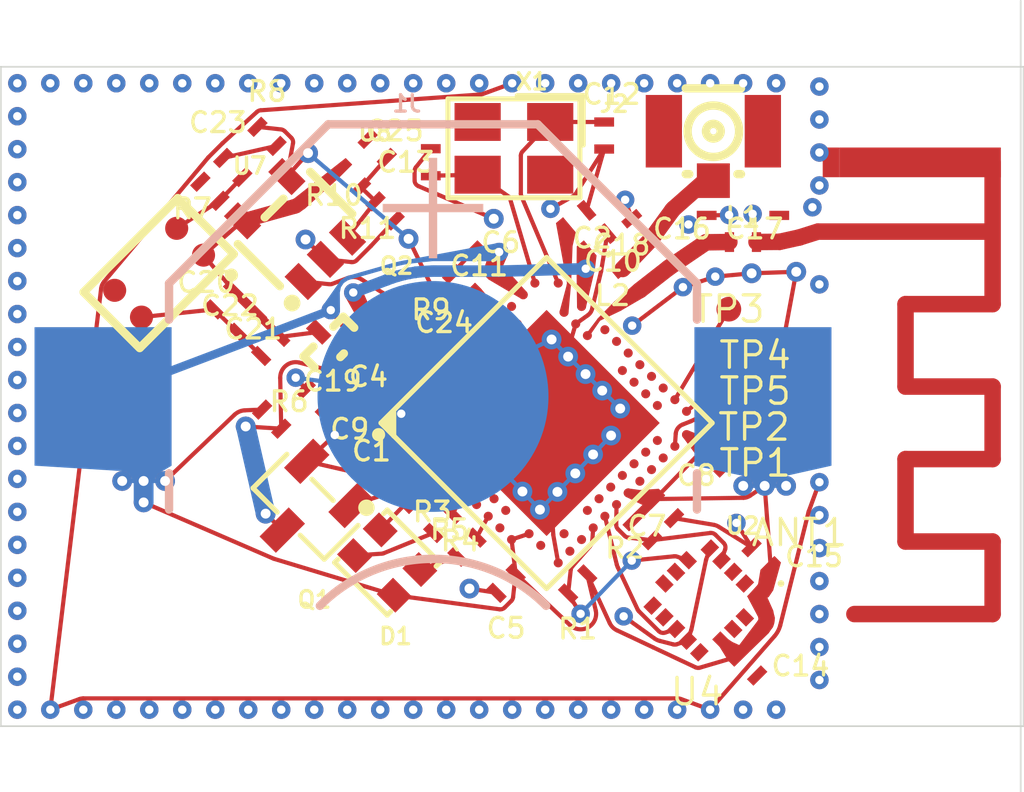
<source format=kicad_pcb>
(kicad_pcb (version 20221018) (generator jitx)
  (layers (0 F.Cu signal) (31 B.Cu signal) (34 "B.Paste" user) (35 "F.Paste" user) (36 "B.SilkS" user "B.Silkscreen") (37 "F.SilkS" user "F.Silkscreen") (38 "B.Mask" user) (39 "F.Mask" user) (44 "Edge.Cuts" user))
  (net 1 "I2C_scl")
  (net 2 "vref")
  (net 3 "signal")
  (net 4 "mcu_debug_swdclk")
  (net 5 "VDD")
  (net 6 "XC1")
  (net 7 "WAKE")
  (net 8 "mcu_control-pins2_timer")
  (net 9 "launch")
  (net 10 "r")
  (net 11 "vout")
  (net 12 "mcu_control-pins0_timer")
  (net 13 "gnd")
  (net 14 "acc_ADC1")
  (net 15 "DEC6")
  (net 16 "DEC2")
  (net 17 "mcu_control-pins1_timer")
  (net 18 "mcu_debug_swdio")
  (net 19 "ANT")
  (net 20 "acc_ADC3")
  (net 21 "CS")
  (net 22 "b")
  (net 23 "DEC3")
  (net 24 "acc_ADC2")
  (net 25 "SA0")
  (net 26 "mcu_debug_swo")
  (net 27 "VDDA")
  (net 28 "Cin_p2")
  (net 29 "L_p2")
  (net 30 "g")
  (net 31 "op-")
  (net 32 "DEC1")
  (net 33 "mcu_vdda-sw_gpio")
  (net 34 "XC2")
  (net 35 "D")
  (net 36 "I2C_sda")
  (net 37 "acc_INT2")
  (footprint "nrf-design:dummy0" (layer F.Cu) (at 152.237648077159 103.0 0.0))
  (footprint "nrf-design:dummy1" (layer F.Cu) (at 151.862648077159 100.9 0.0))
  (footprint "nrf-design:dummy2" (layer F.Cu) (at 147.1 108.455357142857 0.0))
  (footprint "nrf-design:dummy3" (layer F.Cu) (at 127.1 108.381696428571 0.0))
  (footprint "nrf-design:dummy4" (layer F.Cu) (at 136.552659795095 104.499878450285 0.0))
  (footprint "nrf-design:dummy5" (layer F.Cu) (at 128.328571428571 110.888392857143 0.0))
  (footprint "nrf-design:dummy6" (layer F.Cu) (at 146.175631644703 115.725514099305 0.0))
  (footprint "nrf-design:dummy7" (layer F.Cu) (at 143.508596844943 111.105216729263 0.0))
  (footprint "nrf-design:dummy8" (layer F.Cu) (at 145.139787889588 109.454170038962 0.0))
  (footprint "nrf-design:dummy9" (layer F.Cu) (at 146.724017507641 115.488938776196 0.0))
  (footprint "nrf-design:dummy10" (layer F.Cu) (at 147.041991938847 114.238892441496 0.0))
  (footprint "nrf-design:dummy11" (layer F.Cu) (at 139.286909161259 104.446427097603 0.0))
  (footprint "nrf-design:dummy12" (layer F.Cu) (at 143.490541897365 111.44542321171 0.0))
  (footprint "nrf-design:dummy13" (layer F.Cu) (at 138.992411485461 103.900707452669 0.0))
  (footprint "nrf-design:dummy14" (layer F.Cu) (at 147.134380829908 113.574470108167 0.0))
  (footprint "nrf-design:dummy15" (layer F.Cu) (at 136.486444891803 107.87041015418 0.0))
  (footprint "nrf-design:dummy16" (layer F.Cu) (at 141.754297564105 103.836107689318 0.0))
  (footprint "nrf-design:dummy17" (layer F.Cu) (at 141.729961173145 104.626254096066 0.0))
  (footprint "nrf-design:dummy18" (layer F.Cu) (at 135.339017931097 106.259368555339 0.0))
  (footprint "nrf-design:dummy19" (layer F.Cu) (at 138.607060485279 105.154435762327 0.0))
  (footprint "nrf-design:dummy20" (layer F.Cu) (at 143.0835964129 104.971716900173 0.0))
  (footprint "nrf-design:dummy21" (layer F.Cu) (at 141.946037287063 105.919029294639 0.0))
  (footprint "nrf-design:dummy22" (layer F.Cu) (at 142.489282822778 105.389623044639 0.0))
  (footprint "nrf-design:dummy23" (layer F.Cu) (at 141.127126820594 104.073591060898 0.0))
  (footprint "nrf-design:dummy24" (layer F.Cu) (at 133.754873232257 101.598705775499 0.0))
  (footprint "nrf-design:dummy25" (layer F.Cu) (at 131.403676760238 105.133884870345 0.0))
  (footprint "nrf-design:dummy26" (layer F.Cu) (at 136.267358943374 109.78959976275 0.0))
  (footprint "nrf-design:dummy27" (layer F.Cu) (at 131.724421642667 110.232337544252 0.0))
  (footprint "nrf-design:Pkg0402_29" (layer F.Cu) (at 138.130267927308 112.570101709423 135.0)
    (fp_text reference "R5")
    (fp_text value "510R")
  )
  (footprint "nrf-design:LP_2" (layer F.Cu) (at 133.237638404809 111.345015394261 45.0)
    (fp_text reference "Q1")
    (fp_text value "~")
  )
  (footprint "nrf-design:Pkg0402_23" (layer F.Cu) (at 137.396035641934 111.8520048511 315.0)
    (fp_text reference "R4")
    (fp_text value "1K8")
  )
  (footprint "nrf-design:Pkg0402_7" (layer F.Cu) (at 143.444279598979 112.069560217569 225.0)
    (fp_text reference "R2")
    (fp_text value "8K2")
  )
  (footprint "nrf-design:LP_3" (layer F.Cu) (at 134.06128109007 106.467122888249 315.0)
    (fp_text reference "Q2")
    (fp_text value "~")
  )
  (footprint "nrf-design:Pkg0402_25" (layer F.Cu) (at 135.648033833905 102.37259829182 225.0)
    (fp_text reference "R11")
    (fp_text value "51K")
  )
  (footprint "nrf-design:Pkg0402_2" (layer F.Cu) (at 135.765739657962 110.183897128546 135.0)
    (fp_text reference "C1")
    (fp_text value "100n")
  )
  (footprint "nrf-design:Pkg0402_21" (layer F.Cu) (at 134.62769273924 101.369370201554 225.0)
    (fp_text reference "R10")
    (fp_text value "51K")
  )
  (footprint "nrf-design:Pkg0402_8" (layer F.Cu) (at 141.44109872918 102.620592280201 310.0)
    (fp_text reference "C2")
    (fp_text value "100p")
  )
  (footprint "nrf-design:SMD_TESTPT" (layer F.Cu) (at 146.863396107233 107.839582940375 0.0)
    (fp_text value "~" hide)
    (fp_text reference "TP5")
  )
  (footprint "nrf-design:LP_5" (layer F.Cu) (at 135.7112121956 113.037513818054 315.0)
    (fp_text reference "D1")
    (fp_text value "~")
  )
  (footprint "nrf-design:Pkg0402_14" (layer F.Cu) (at 137.568792113152 105.899324792502 135.0)
    (fp_text reference "R9")
    (fp_text value "51K")
  )
  (footprint "nrf-design:Pkg0402_16" (layer F.Cu) (at 136.549627096371 110.969829290557 315.0)
    (fp_text reference "R3")
    (fp_text value "1K8")
  )
  (footprint "nrf-design:LP_6" (layer F.Cu) (at 145.608075704458 100.267015751086 180.0)
    (fp_text reference "J2")
    (fp_text value "~")
  )
  (footprint "nrf-design:Pkg0402_13" (layer F.Cu) (at 143.386709455441 102.922813212554 220.0)
    (fp_text reference "C18")
    (fp_text value "500f")
  )
  (footprint "nrf-design:Pkg0402_10" (layer F.Cu) (at 136.902828558216 105.227819434514 315.0)
    (fp_text reference "C24")
    (fp_text value "150p")
  )
  (footprint "nrf-design:SMD_TESTPT" (layer F.Cu) (at 146.831407943322 108.92925833448 0.0)
    (fp_text value "~" hide)
    (fp_text reference "TP2")
  )
  (footprint "nrf-design:Pkg0402_5" (layer F.Cu) (at 132.067812317335 100.111003326519 225.0)
    (fp_text reference "R8")
    (fp_text value "1K5")
  )
  (footprint "nrf-design:Pkg0402_20" (layer F.Cu) (at 139.315703261001 113.665323286181 135.0)
    (fp_text reference "C5")
    (fp_text value "4.7u")
  )
  (footprint "nrf-design:SMD_TESTPT" (layer F.Cu) (at 146.067140515939 105.352905432719 0.0)
    (fp_text value "~" hide)
    (fp_text reference "TP3")
  )
  (footprint "nrf-design:SMD_TESTPT" (layer F.Cu) (at 146.863396107233 110.018933728585 0.0)
    (fp_text value "~" hide)
    (fp_text reference "TP1")
  )
  (footprint "nrf-design:Pkg0402_12" (layer F.Cu) (at 135.67358146893 107.930405013151 135.0)
    (fp_text reference "C4")
    (fp_text value "1u")
  )
  (footprint "nrf-design:SMD_TESTPT" (layer F.Cu) (at 146.863396107233 106.74990754627 90.0)
    (fp_text value "~" hide)
    (fp_text reference "TP4")
  )
  (footprint "nrf-design:Pkg0402_18" (layer F.Cu) (at 143.116021358553 104.455641953927 220.0)
    (fp_text reference "L2")
    (fp_text value "4.7n")
  )
  (footprint "nrf-design:Pkg0402" (layer F.Cu) (at 145.611050625422 109.866591071563 225.0)
    (fp_text reference "C8")
    (fp_text value "100n")
  )
  (footprint "nrf-design:Pkg0402_26" (layer F.Cu) (at 131.474248703311 105.777906352709 135.0)
    (fp_text reference "C22")
    (fp_text value "10n")
  )
  (footprint "nrf-design:Pkg0402_6" (layer F.Cu) (at 135.106036711604 109.520608135934 135.0)
    (fp_text reference "C9")
    (fp_text value "1u")
  )
  (footprint "nrf-design:XDCR_LIS3DHTR" (layer F.Cu) (at 145.331956046004 114.185859432907 225.0)
    (fp_text value "~" hide)
    (fp_text reference "U4")
  )
  (footprint "nrf-design:ANTENNA_2GHZ4_INVERTED_F_GEOMETRY" (layer F.Cu) (at 148.912648077159 103.0 270.0)
    (fp_text value "~" hide)
    (fp_line (start 17.0 -6.0) (end -7.0 -6.0) (layer Edge.Cuts) (stroke (width 0.05)))
    (fp_text reference "ANT1")
  )
  (footprint "nrf-design:Pkg0402_11" (layer F.Cu) (at 142.071817045614 103.323598518553 310.0)
    (fp_text reference "C10")
    (fp_text value "100n")
  )
  (footprint "nrf-design:Pkg0402_1" (layer F.Cu) (at 131.031001767793 101.054896380775 225.0)
    (fp_text reference "C23")
    (fp_text value "1u")
  )
  (footprint "nrf-design:Pkg0402_15" (layer F.Cu) (at 147.045294974137 112.86074656738 45.0)
    (fp_text reference "C15")
    (fp_text value "100n")
  )
  (footprint "nrf-design:Pkg0402_19" (layer F.Cu) (at 132.180602089354 106.481426938844 135.0)
    (fp_text reference "C21")
    (fp_text value "10u")
  )
  (footprint "nrf-design:Pkg0402_9" (layer F.Cu) (at 146.63524535638 116.174000097493 225.0)
    (fp_text reference "C14")
    (fp_text value "10u")
  )
  (footprint "nrf-design:Pkg0402_32" (layer F.Cu) (at 144.116435489098 111.400917499198 225.0)
    (fp_text reference "C7")
    (fp_text value "100n")
  )
  (footprint "nrf-design:LP_1" (layer F.Cu) (at 140.541974995973 108.804286145106 315.0)
    (fp_text reference "U2")
    (fp_text value "~")
  )
  (footprint "nrf-design:Pkg0402_28" (layer F.Cu) (at 138.622859578393 103.861564817288 45.0)
    (fp_text reference "C6")
    (fp_text value "100n")
  )
  (footprint "nrf-design:Pkg0402_31" (layer F.Cu) (at 130.338115714465 101.775516336648 225.0)
    (fp_text reference "R7")
    (fp_text value "0R")
  )
  (footprint "nrf-design:Pkg0402_30" (layer F.Cu) (at 130.753473523818 105.069494681327 135.0)
    (fp_text reference "C20")
    (fp_text value "100n")
  )
  (footprint "nrf-design:Pkg0402_3" (layer F.Cu) (at 137.032380821034 100.895299528811 180.0)
    (fp_text reference "C13")
    (fp_text value "15p")
  )
  (footprint "nrf-design:LP" (layer F.Cu) (at 139.553045898767 100.47364569325 180.0)
    (fp_text reference "X1")
    (fp_text value "~")
  )
  (footprint "nrf-design:Pkg0402_34" (layer F.Cu) (at 142.288266840845 100.085317735611 0.0)
    (fp_text reference "C12")
    (fp_text value "15p")
  )
  (footprint "nrf-design:LP_7" (layer F.Cu) (at 132.91810947588 102.921308455914 315.0)
    (fp_text reference "U8")
    (fp_text value "~")
  )
  (footprint "nrf-design:Pkg0402_24" (layer F.Cu) (at 137.970269007619 104.57047536555 45.0)
    (fp_text reference "C11")
    (fp_text value "100n")
  )
  (footprint "nrf-design:LP_4" (layer B.Cu) (at 137.1 105.587 0.0)
    (fp_text reference "J1")
    (fp_text value "~")
  )
  (footprint "nrf-design:Pkg0402_35" (layer F.Cu) (at 132.20961809271 108.687224240053 45.0)
    (fp_text reference "R6")
    (fp_text value "1M")
  )
  (footprint "nrf-design:Pkg0402_33" (layer F.Cu) (at 135.40985172825 100.475298490942 45.0)
    (fp_text reference "C25")
    (fp_text value "10n")
  )
  (footprint "nrf-design:LP_8" (layer F.Cu) (at 128.785606020354 104.258529575258 315.0)
    (fp_text reference "U7")
    (fp_text value "~")
  )
  (footprint "nrf-design:Pkg0402_17" (layer F.Cu) (at 145.395329432493 102.917434257412 180.0)
    (fp_text reference "C16")
    (fp_text value "800f")
  )
  (footprint "nrf-design:Pkg0402_22" (layer F.Cu) (at 147.595329432493 102.917434257412 180.0)
    (fp_text reference "C17")
    (fp_text value "500f")
  )
  (footprint "nrf-design:Pkg0402_4" (layer F.Cu) (at 133.531546344337 108.064349649432 45.0)
    (fp_text reference "C19")
    (fp_text value "100n")
  )
  (footprint "nrf-design:Pkg0402_27" (layer F.Cu) (at 146.495329432493 103.317434257412 90.0)
    (fp_text reference "L1")
    (fp_text value "4.7n")
  )
  (footprint "nrf-design:Pkg0402_7" (layer F.Cu) (at 141.485043042201 113.687350119368 135.0)
    (fp_text reference "R1")
    (fp_text value "8K2")
  )
  (segment (start 154.062648077159 100.9) (end 154.062648077159 105.2) (layer F.Cu) (width 0.5) (net 0))
  (segment (start 154.062648077159 105.2) (end 151.422648077159 105.2) (layer F.Cu) (width 0.5) (net 0))
  (segment (start 151.422648077159 105.2) (end 151.422648077159 107.7) (layer F.Cu) (width 0.5) (net 0))
  (segment (start 151.422648077159 107.7) (end 154.062648077159 107.7) (layer F.Cu) (width 0.5) (net 0))
  (segment (start 154.062648077159 107.7) (end 154.062648077159 109.9) (layer F.Cu) (width 0.5) (net 0))
  (segment (start 154.062648077159 109.9) (end 151.422648077159 109.9) (layer F.Cu) (width 0.5) (net 0))
  (segment (start 151.422648077159 109.9) (end 151.422648077159 112.4) (layer F.Cu) (width 0.5) (net 0))
  (segment (start 151.422648077159 112.4) (end 154.062648077159 112.4) (layer F.Cu) (width 0.5) (net 0))
  (segment (start 154.062648077159 112.4) (end 154.062648077159 114.6) (layer F.Cu) (width 0.5) (net 0))
  (segment (start 154.062648077159 114.6) (end 149.872648077159 114.6) (layer F.Cu) (width 0.5) (net 0))
  (segment (start 145.844608462364 112.966100235361) (end 145.954546311927 112.637659343824) (layer F.Cu) (width 0.127) (net 1))
  (arc (start 145.954546311927 112.637659343824) (mid 145.959329106839 112.533539763461) (end 145.908601626062 112.442487663892) (layer F.Cu) (width 0.127) (net 1))
  (segment (start 145.908601626062 112.442487663892) (end 145.661114252646 112.195000290477) (layer F.Cu) (width 0.127) (net 1))
  (arc (start 145.661114252646 112.195000290477) (mid 145.588354224591 112.149556376445) (end 145.503032830379 112.140643986487) (layer F.Cu) (width 0.127) (net 1))
  (segment (start 145.503032830378 112.140643986487) (end 143.734095245652 112.359375864242) (layer F.Cu) (width 0.127) (net 1))
  (segment (start 142.663295339533 111.279159879259) (end 142.6527671706 111.889497936793) (layer F.Cu) (width 0.127) (net 1))
  (arc (start 142.6527671706 111.889497936793) (mid 142.666617635882 111.964164206163) (end 142.708534993154 112.027487364088) (layer F.Cu) (width 0.127) (net 1))
  (segment (start 142.708534993154 112.027487364088) (end 142.906721159113 112.225673530047) (layer F.Cu) (width 0.127) (net 1))
  (arc (start 142.906721159113 112.225673530047) (mid 142.958929820331 112.262681059951) (end 143.02044794189 112.280311212979) (layer F.Cu) (width 0.127) (net 1))
  (segment (start 143.02044794189 112.280311212979) (end 143.734095245652 112.359375864242) (layer F.Cu) (width 0.127) (net 1))
  (segment (start 135.358218187232 102.082782645147) (end 134.917508385913 101.659185848227) (layer F.Cu) (width 0.127) (net 2))
  (segment (start 135.699667374923 100.765114137616) (end 134.917508385913 101.659185848227) (layer F.Cu) (width 0.127) (net 2))
  (segment (start 135.358218187232 102.082782645147) (end 134.50909973355 103.168795829329) (layer F.Cu) (width 0.127) (net 2))
  (segment (start 129.330785348649 102.900177448599) (end 130.627931361138 102.065331983322) (layer F.Cu) (width 0.127) (net 3))
  (segment (start 131.320817414467 101.344712027448) (end 130.627931361138 102.065331983322) (layer F.Cu) (width 0.127) (net 3))
  (segment (start 144.431062292499 108.09717936392) (end 146.067140515939 105.352905432719) (layer F.Cu) (width 0.127) (net 4))
  (segment (start 127.1 108.0) (end 134.001346726999 105.38154757653) (layer B.Cu) (width 0.254) (net 5))
  (segment (start 147.153125 110.710714285714) (end 146.503125 110.710714285714) (layer B.Cu) (width 0.127) (net 5))
  (segment (start 127.678571428571 110.563392857143) (end 128.328571428571 110.563392857143) (layer B.Cu) (width 0.127) (net 5))
  (segment (start 128.978571428571 110.563392857143) (end 128.328571428571 110.563392857143) (layer B.Cu) (width 0.127) (net 5))
  (segment (start 147.153125 110.710714285714) (end 147.803125 110.710714285714) (layer B.Cu) (width 0.127) (net 5))
  (segment (start 141.774858688874 113.397534472694) (end 142.031428613534 114.484744379867) (layer F.Cu) (width 0.127) (net 5))
  (arc (start 142.031428613534 114.484744379867) (mid 141.808457551108 114.999952761934) (end 141.2509756118 114.933849365838) (layer F.Cu) (width 0.127) (net 5))
  (segment (start 141.2509756118 114.933849365838) (end 139.605518907674 113.375507639508) (layer F.Cu) (width 0.127) (net 5))
  (segment (start 135.923344229956 114.027463311715) (end 132.281204552732 112.924224094187) (layer F.Cu) (width 0.127) (net 5))
  (arc (start 132.281204552732 112.924224094187) (mid 132.270849262291 112.920760397616) (end 132.260709435726 112.916709082855) (layer F.Cu) (width 0.127) (net 5))
  (segment (start 132.260709435726 112.916709082855) (end 128.328571428571 111.213392857143) (layer F.Cu) (width 0.127) (net 5))
  (arc (start 147.182860539782 114.878138842329) (mid 147.204314006737 114.807416239727) (end 147.211557956025 114.733867188327) (layer F.Cu) (width 0.5) (net 5))
  (segment (start 133.821361991011 108.354165296106) (end 134.651934954311 107.489324578701) (layer F.Cu) (width 0.127) (net 5))
  (arc (start 134.651934954311 107.489324578701) (mid 134.684845163118 107.442723836561) (end 134.702481149194 107.388468117906) (layer F.Cu) (width 0.127) (net 5))
  (segment (start 134.702481149194 107.388468117906) (end 134.844048296844 106.532883818899) (layer F.Cu) (width 0.127) (net 5))
  (segment (start 134.844048296844 106.532883818899) (end 134.001346726999 105.38154757653) (layer F.Cu) (width 0.127) (net 5))
  (segment (start 128.978571428571 110.563392857143) (end 131.083227609184 108.555234675573) (layer F.Cu) (width 0.127) (net 5))
  (arc (start 131.083227609184 108.555234675573) (mid 131.229567824331 108.45886287922) (end 131.400443950262 108.420077169375) (layer F.Cu) (width 0.127) (net 5))
  (segment (start 131.400443950262 108.420077169375) (end 131.919802446036 108.39740859338) (layer F.Cu) (width 0.127) (net 5))
  (segment (start 140.011644910083 112.163043355742) (end 139.481314824193 112.339820051039) (layer F.Cu) (width 0.127) (net 5))
  (segment (start 135.923344229956 114.027463311715) (end 139.113613182758 114.45517475604) (layer F.Cu) (width 0.127) (net 5))
  (arc (start 139.113613182758 114.45517475604) (mid 139.199946696045 114.446826771252) (end 139.27363040752 114.401067892006) (layer F.Cu) (width 0.127) (net 5))
  (segment (start 139.27363040752 114.401067892006) (end 139.471816573478 114.202881726047) (layer F.Cu) (width 0.127) (net 5))
  (arc (start 139.471816573478 114.202881726047) (mid 139.508824103383 114.150673064828) (end 139.526454256411 114.08915494327) (layer F.Cu) (width 0.127) (net 5))
  (segment (start 139.526454256411 114.08915494327) (end 139.605518907674 113.375507639508) (layer F.Cu) (width 0.127) (net 5))
  (segment (start 143.826619842425 111.111101852525) (end 146.508129477616 111.074180834663) (layer F.Cu) (width 0.127) (net 5))
  (arc (start 146.508129477616 111.074180834663) (mid 146.611801092121 111.057589600492) (end 146.706406503078 111.012060610575) (layer F.Cu) (width 0.127) (net 5))
  (segment (start 146.706406503078 111.012060610575) (end 147.153125 110.710714285714) (layer F.Cu) (width 0.127) (net 5))
  (segment (start 135.395852358278 109.230792489261) (end 133.821361991011 108.354165296106) (layer F.Cu) (width 0.127) (net 5))
  (segment (start 147.153125 110.710714285714) (end 147.33511062081 113.150562214053) (layer F.Cu) (width 0.127) (net 5))
  (segment (start 136.299334308854 109.157839535699) (end 135.395852358278 109.230792489261) (layer F.Cu) (width 0.127) (net 5))
  (segment (start 141.774858688874 113.397534472694) (end 142.452460105458 114.866034940413) (layer F.Cu) (width 0.127) (net 5))
  (arc (start 142.452460105458 114.866034940413) (mid 142.545461588012 115.000025593345) (end 142.678663390361 115.094153435568) (layer F.Cu) (width 0.127) (net 5))
  (segment (start 142.678663390361 115.094153435568) (end 143.778852395877 115.61310193073) (layer F.Cu) (width 0.127) (net 5))
  (arc (start 143.778852395877 115.61310193073) (mid 143.779119577461 115.613227888639) (end 143.779386812286 115.61335373355) (layer F.Cu) (width 0.127) (net 5))
  (segment (start 143.779386812286 115.61335373355) (end 145.056377672874 116.214378144015) (layer F.Cu) (width 0.127) (net 5))
  (arc (start 145.056377672874 116.214378144015) (mid 145.122947441298 116.231957946356) (end 145.191418425328 116.22472552877) (layer F.Cu) (width 0.127) (net 5))
  (segment (start 145.191418425328 116.22472552877) (end 146.345429709707 115.88418445082) (layer F.Cu) (width 0.127) (net 5))
  (segment (start 139.481314824193 112.339820051039) (end 139.605518907674 113.375507639508) (layer F.Cu) (width 0.127) (net 5))
  (segment (start 145.321234978749 109.57677542489) (end 143.826619842425 111.111101852525) (layer F.Cu) (width 0.127) (net 5))
  (segment (start 140.895528386567 104.561645457987) (end 139.777637979577 101.922957952572) (layer F.Cu) (width 0.127) (net 6))
  (arc (start 139.777637979577 101.922957952572) (mid 139.766357041834 101.886560343415) (end 139.762545898767 101.84864569325) (layer F.Cu) (width 0.127) (net 6))
  (segment (start 139.762545898767 101.84864569325) (end 139.762545898767 100.69864569325) (layer F.Cu) (width 0.127) (net 6))
  (arc (start 139.762545898767 100.69864569325) (mid 139.775898252148 100.628581713221) (end 139.814083550184 100.568339455193) (layer F.Cu) (width 0.127) (net 6))
  (segment (start 139.814083550184 100.568339455193) (end 140.653045898767 99.6736456932498) (layer F.Cu) (width 0.127) (net 6))
  (segment (start 142.288266840845 99.6754565174974) (end 140.653045898767 99.6736456932498) (layer F.Cu) (width 0.127) (net 6))
  (segment (start 142.30974194894 111.632713269852) (end 142.668512713542 113.090010326598) (layer F.Cu) (width 0.127) (net 7))
  (arc (start 142.668512713542 113.090010326598) (mid 142.681872002759 113.134621672508) (end 142.699581393032 113.177691618972) (layer F.Cu) (width 0.127) (net 7))
  (segment (start 142.699581393032 113.177691618972) (end 143.30341933851 114.461399558273) (layer F.Cu) (width 0.127) (net 7))
  (arc (start 143.30341933851 114.461399558273) (mid 143.319935219529 114.489840907841) (end 143.341096903573 114.51501763955) (layer F.Cu) (width 0.127) (net 7))
  (segment (start 143.341096903573 114.51501763955) (end 143.942137667582 115.116058403558) (layer F.Cu) (width 0.127) (net 7))
  (arc (start 143.942137667582 115.116058403558) (mid 144.033189767151 115.166785884336) (end 144.137309347514 115.162003089424) (layer F.Cu) (width 0.127) (net 7))
  (segment (start 144.137309347514 115.162003089424) (end 144.46575023905 115.052065239861) (layer F.Cu) (width 0.127) (net 7))
  (segment (start 138.774208043007 111.632713269852) (end 138.420083573981 112.280286062749) (layer F.Cu) (width 0.127) (net 8))
  (segment (start 148.777103570027 102.99597651874) (end 148.205644915541 103.17704858618) (layer F.Cu) (width 0.5) (net 9))
  (segment (start 147.605732225057 103.309901516444) (end 148.205644915541 103.17704858618) (layer F.Cu) (width 0.5) (net 9))
  (segment (start 147.605732225057 103.309901516444) (end 146.90604375162 103.314794442832) (layer F.Cu) (width 0.5) (net 9))
  (segment (start 135.499080161244 112.047564324393) (end 136.259811449697 111.25964493723) (layer F.Cu) (width 0.127) (net 10))
  (segment (start 137.713547871227 107.03651919214) (end 137.278976466478 106.189140439175) (layer F.Cu) (width 0.127) (net 11))
  (segment (start 136.613012911543 105.517635081187) (end 134.935088188751 104.449884035617) (layer F.Cu) (width 0.127) (net 11))
  (arc (start 134.935088188751 104.449884035617) (mid 134.731062081747 104.378906220615) (end 134.51683928655 104.406710834981) (layer F.Cu) (width 0.127) (net 11))
  (segment (start 134.51683928655 104.406710834981) (end 134.046056543351 104.584453693116) (layer F.Cu) (width 0.127) (net 11))
  (arc (start 134.046056543351 104.584453693116) (mid 134.003111989549 104.595171047175) (end 133.9588533364 104.595688734963) (layer F.Cu) (width 0.127) (net 11))
  (segment (start 133.9588533364 104.595688734963) (end 133.165596849295 104.512298713584) (layer F.Cu) (width 0.127) (net 11))
  (segment (start 136.613012911543 105.517635081187) (end 137.278976466478 106.189140439175) (layer F.Cu) (width 0.127) (net 11))
  (segment (start 137.713547871227 110.572053098073) (end 136.839442743044 110.680013643883) (layer F.Cu) (width 0.127) (net 12))
  (segment (start 137.1 108.0) (end 139.810714285714 110.882589285714) (layer B.Cu) (width 0.127) (net 13))
  (segment (start 140.871428571429 110.89375) (end 140.341071428571 111.433035714286) (layer B.Cu) (width 0.127) (net 13))
  (segment (start 140.694642857143 106.271428571429) (end 137.1 108.0) (layer B.Cu) (width 0.127) (net 13))
  (segment (start 141.724107142857 107.321428571429) (end 141.195535714286 106.791071428571) (layer B.Cu) (width 0.127) (net 13))
  (segment (start 142.774107142857 108.366964285714) (end 142.229017857143 107.822321428571) (layer B.Cu) (width 0.127) (net 13))
  (segment (start 140.694642857143 106.271428571429) (end 141.195535714286 106.791071428571) (layer B.Cu) (width 0.127) (net 13))
  (segment (start 142.229017857143 107.822321428571) (end 141.724107142857 107.321428571429) (layer B.Cu) (width 0.127) (net 13))
  (segment (start 132.938309883932 107.429740530776) (end 137.1 108.0) (layer B.Cu) (width 0.127) (net 13))
  (segment (start 142.497767857143 109.185267857143) (end 141.952678571429 109.759375) (layer B.Cu) (width 0.127) (net 13))
  (segment (start 141.412946428571 110.333928571429) (end 141.952678571429 109.759375) (layer B.Cu) (width 0.127) (net 13))
  (segment (start 139.810714285714 110.882589285714) (end 140.341071428571 111.433035714286) (layer B.Cu) (width 0.127) (net 13))
  (segment (start 140.871428571429 110.89375) (end 141.412946428571 110.333928571429) (layer B.Cu) (width 0.127) (net 13))
  (segment (start 145.655812705227 104.36556785829) (end 146.758193657608 104.263782144004) (layer F.Cu) (width 0.127) (net 13))
  (segment (start 134.122161335862 109.168838623772) (end 134.816221064931 109.810423782608) (layer F.Cu) (width 0.127) (net 13))
  (segment (start 141.755070637766 102.357138567507) (end 142.288266840845 100.495178953724) (layer F.Cu) (width 0.127) (net 13))
  (segment (start 145.655812705227 104.36556785829) (end 144.676051863363 104.684766146933) (layer F.Cu) (width 0.127) (net 13))
  (segment (start 135.937849480579 102.662413938494) (end 135.214241943449 103.439994129326) (layer F.Cu) (width 0.127) (net 13))
  (arc (start 135.214241943449 103.439994129326) (mid 135.211887605225 103.442478930231) (end 135.209489000315 103.444921027383) (layer F.Cu) (width 0.127) (net 13))
  (segment (start 135.209489000315 103.444921027383) (end 134.785224931603 103.869185096094) (layer F.Cu) (width 0.127) (net 13))
  (arc (start 134.785224931603 103.869185096094) (mid 134.714109571879 103.914055069032) (end 134.630604778527 103.923937292836) (layer F.Cu) (width 0.127) (net 13))
  (segment (start 134.630604778527 103.923937292836) (end 133.837348291422 103.840547271456) (layer F.Cu) (width 0.127) (net 13))
  (segment (start 145.395329432493 102.507573039299) (end 146.074740686298 102.496382510742) (layer F.Cu) (width 0.127) (net 13))
  (segment (start 145.491055071771 112.612546844767) (end 145.381117222208 112.940987736304) (layer F.Cu) (width 0.127) (net 13))
  (arc (start 145.381117222208 112.940987736304) (mid 145.377923051168 112.951534515467) (end 145.375344068979 112.962248344391) (layer F.Cu) (width 0.127) (net 13))
  (segment (start 145.375344068979 112.962248344391) (end 144.935014632435 115.055917130831) (layer F.Cu) (width 0.127) (net 13))
  (arc (start 144.935014632435 115.055917130831) (mid 144.932435650246 115.066630959754) (end 144.929241479207 115.077177738917) (layer F.Cu) (width 0.127) (net 13))
  (segment (start 144.929241479207 115.077177738917) (end 144.819303629644 115.405618630454) (layer F.Cu) (width 0.127) (net 13))
  (segment (start 145.900866272096 110.156406718237) (end 146.831407943322 108.92925833448) (layer F.Cu) (width 0.127) (net 13))
  (segment (start 128.263761215839 105.593547178138) (end 130.463657877144 105.359310328001) (layer F.Cu) (width 0.127) (net 13))
  (segment (start 140.659918626559 102.308348596581) (end 141.384001073581 101.904090748514) (layer F.Cu) (width 0.127) (net 13))
  (arc (start 141.384001073581 101.904090748514) (mid 141.39665373557 101.894805562946) (end 141.406642755844 101.882700853101) (layer F.Cu) (width 0.127) (net 13))
  (segment (start 141.406642755844 101.882700853101) (end 142.288266840845 100.495178953724) (layer F.Cu) (width 0.127) (net 13))
  (segment (start 146.755479327464 112.570930920707) (end 146.297688020949 111.835418655792) (layer F.Cu) (width 0.127) (net 13))
  (segment (start 139.5 98.5) (end 138.617581095801 98.8221114429995) (layer F.Cu) (width 0.127) (net 13))
  (arc (start 138.617581095801 98.8221114429995) (mid 138.571779539095 98.835304031542) (end 138.524591103886 98.8420180893033) (layer F.Cu) (width 0.127) (net 13))
  (segment (start 138.524591103886 98.8420180893033) (end 131.877373937499 99.3199530670223) (layer F.Cu) (width 0.127) (net 13))
  (arc (start 131.877373937499 99.3199530670223) (mid 131.815948989944 99.3348847293025) (end 131.76279195413 99.3690944978493) (layer F.Cu) (width 0.127) (net 13))
  (segment (start 131.76279195413 99.3690944978493) (end 130.725981404588 100.312987552105) (layer F.Cu) (width 0.127) (net 13))
  (arc (start 130.725981404588 100.312987552105) (mid 130.722715195953 100.316031807605) (end 130.719521230681 100.31915177495) (layer F.Cu) (width 0.127) (net 13))
  (segment (start 130.719521230681 100.31915177495) (end 130.295257161969 100.743415843662) (layer F.Cu) (width 0.127) (net 13))
  (arc (start 130.295257161969 100.743415843662) (mid 130.289470471064 100.749462543368) (end 130.28395495858 100.755757580381) (layer F.Cu) (width 0.127) (net 13))
  (segment (start 130.28395495858 100.755757580381) (end 127.133666392812 104.514774102505) (layer F.Cu) (width 0.127) (net 13))
  (arc (start 127.133666392812 104.514774102505) (mid 127.071156483722 104.616013543044) (end 127.040062460875 104.730861593956) (layer F.Cu) (width 0.127) (net 13))
  (segment (start 127.040062460875 104.730861593956) (end 125.5 117.5) (layer F.Cu) (width 0.127) (net 13))
  (segment (start 134.122161335862 109.168838623772) (end 133.272993743868 109.966157170947) (layer F.Cu) (width 0.127) (net 13))
  (segment (start 148.812648077159 110.6) (end 148.49053663416 111.482418904199) (layer F.Cu) (width 0.127) (net 13))
  (arc (start 148.49053663416 111.482418904199) (mid 148.48478838561 111.499555396072) (end 148.479951102576 111.516970975534) (layer F.Cu) (width 0.127) (net 13))
  (segment (start 148.479951102576 111.516970975534) (end 147.627730844766 114.931814197817) (layer F.Cu) (width 0.127) (net 13))
  (arc (start 147.627730844766 114.931814197817) (mid 147.559011781873 115.112645361159) (end 147.44972648172 115.272266607898) (layer F.Cu) (width 0.127) (net 13))
  (segment (start 147.44972648172 115.272266607898) (end 145.5 117.5) (layer F.Cu) (width 0.127) (net 13))
  (segment (start 141.425858472456 105.799082325063) (end 140.541974995973 108.804286145106) (layer F.Cu) (width 0.127) (net 13))
  (segment (start 133.272993743868 109.966157170947) (end 135.475924011289 110.47371277522) (layer F.Cu) (width 0.127) (net 13))
  (segment (start 125.5 117.5) (end 126.382418904199 117.177888557) (layer F.Cu) (width 0.127) (net 13))
  (arc (start 126.382418904199 117.177888557) (mid 126.44029757172 117.162336386535) (end 126.5 117.157099) (layer F.Cu) (width 0.127) (net 13))
  (segment (start 126.5 117.157099) (end 144.5 117.157099) (layer F.Cu) (width 0.127) (net 13))
  (arc (start 144.5 117.157099) (mid 144.55970242828 117.162336386535) (end 144.617581095801 117.177888557) (layer F.Cu) (width 0.127) (net 13))
  (segment (start 144.617581095801 117.177888557) (end 145.5 117.5) (layer F.Cu) (width 0.127) (net 13))
  (segment (start 135.383765822257 108.220220659825) (end 136.137119537442 108.52403704004) (layer F.Cu) (width 0.127) (net 13))
  (segment (start 132.938309883932 107.429740530776) (end 133.241730697664 107.774534002759) (layer F.Cu) (width 0.127) (net 13))
  (segment (start 142.879128794003 114.669159750976) (end 143.817734565583 115.34252466248) (layer F.Cu) (width 0.127) (net 13))
  (arc (start 143.817734565583 115.34252466248) (mid 143.888547224721 115.384002686484) (end 143.965778215092 115.411755763713) (layer F.Cu) (width 0.127) (net 13))
  (segment (start 143.965778215092 115.411755763713) (end 144.382796345289 115.519365610323) (layer F.Cu) (width 0.127) (net 13))
  (arc (start 144.382796345289 115.519365610323) (mid 144.437105487321 115.525289721467) (end 144.490862738107 115.515556480017) (layer F.Cu) (width 0.127) (net 13))
  (segment (start 144.490862738107 115.515556480017) (end 144.819303629644 115.405618630454) (layer F.Cu) (width 0.127) (net 13))
  (segment (start 138.94197903532 102.609545453555) (end 136.656692218395 101.620117964425) (layer F.Cu) (width 0.127) (net 13))
  (arc (start 136.656692218395 101.620117964425) (mid 136.573149968492 101.549873835401) (end 136.541880821034 101.445299528811) (layer F.Cu) (width 0.127) (net 13))
  (segment (start 136.541880821034 101.445299528811) (end 136.541880821034 101.165021965038) (layer F.Cu) (width 0.127) (net 13))
  (arc (start 136.541880821034 101.165021965038) (mid 136.552629644068 101.101936591303) (end 136.583663124229 101.045970309624) (layer F.Cu) (width 0.127) (net 13))
  (segment (start 136.583663124229 101.045970309624) (end 137.032380821034 100.485438310698) (layer F.Cu) (width 0.127) (net 13))
  (segment (start 141.425858472456 105.799082325063) (end 141.793751796896 105.53532011808) (layer F.Cu) (width 0.127) (net 13))
  (arc (start 141.793751796896 105.53532011808) (mid 141.874850497584 105.451735337313) (end 141.921630252692 105.345081367198) (layer F.Cu) (width 0.127) (net 13))
  (segment (start 141.921630252692 105.345081367198) (end 142.191765035841 104.216132690259) (layer F.Cu) (width 0.127) (net 13))
  (arc (start 142.191765035841 104.216132690259) (mid 142.193183117025 104.209719705653) (end 142.194379286674 104.203261648362) (layer F.Cu) (width 0.127) (net 13))
  (segment (start 142.194379286674 104.203261648362) (end 142.3857889542 103.060144805858) (layer F.Cu) (width 0.127) (net 13))
  (segment (start 137.53677117593 107.920402668623) (end 140.541974995973 108.804286145106) (layer F.Cu) (width 0.127) (net 13))
  (segment (start 143.137065362472 105.852175532596) (end 144.676051863363 104.684766146933) (layer F.Cu) (width 0.127) (net 13))
  (segment (start 143.123255742746 102.608841303968) (end 142.923232357022 102.034771385936) (layer F.Cu) (width 0.127) (net 13))
  (segment (start 146.758193657608 104.263782144004) (end 148.109979371894 104.218544048766) (layer F.Cu) (width 0.127) (net 13))
  (segment (start 131.184433056638 106.067721999382) (end 131.89078644268 106.771242585518) (layer F.Cu) (width 0.127) (net 13))
  (segment (start 144.406251135771 111.690733145871) (end 145.600074051977 111.89135048742) (layer F.Cu) (width 0.127) (net 13))
  (arc (start 145.600074051977 111.89135048742) (mid 145.68363807643 111.913940123304) (end 145.761239236213 111.952297623645) (layer F.Cu) (width 0.127) (net 13))
  (segment (start 145.761239236213 111.952297623645) (end 146.755479327464 112.570930920707) (layer F.Cu) (width 0.127) (net 13))
  (segment (start 133.837348291422 103.840547271456) (end 133.236307527414 103.239506507448) (layer F.Cu) (width 0.127) (net 13))
  (segment (start 140.895528386567 113.046926832225) (end 140.749316953269 112.220163131539) (layer F.Cu) (width 0.127) (net 13))
  (arc (start 140.749316953269 112.220163131539) (mid 140.746567272227 112.201499556461) (end 140.744895137639 112.182708767589) (layer F.Cu) (width 0.127) (net 13))
  (segment (start 140.744895137639 112.182708767589) (end 140.541974995973 108.804286145106) (layer F.Cu) (width 0.127) (net 13))
  (segment (start 137.680453360946 104.280659718876) (end 138.33304393172 103.571749170615) (layer F.Cu) (width 0.127) (net 13))
  (segment (start 134.816221064931 109.810423782608) (end 135.475924011289 110.47371277522) (layer F.Cu) (width 0.127) (net 13))
  (segment (start 138.205330706556 113.826992739369) (end 139.025887614327 113.955138932854) (layer F.Cu) (width 0.127) (net 13))
  (segment (start 131.184433056638 106.067721999382) (end 130.463657877144 105.359310328001) (layer F.Cu) (width 0.127) (net 13))
  (segment (start 148.109979371894 104.218544048766) (end 147.419417853171 107.942685161713) (layer F.Cu) (width 0.127) (net 13))
  (arc (start 147.419417853171 107.942685161713) (mid 147.388758352727 108.048831025216) (end 147.338044862838 108.146989525865) (layer F.Cu) (width 0.127) (net 13))
  (segment (start 147.338044862838 108.146989525865) (end 146.831407943322 108.92925833448) (layer F.Cu) (width 0.127) (net 13))
  (segment (start 134.682813629255 104.846322626865) (end 135.692634404035 104.467072592707) (layer B.Cu) (width 0.35) (net 15))
  (arc (start 135.692634404035 104.467072592707) (mid 135.692954494129 104.466952585789) (end 135.693274719859 104.466832941271) (layer B.Cu) (width 0.35) (net 15))
  (segment (start 135.693274719859 104.466832941271) (end 135.84939965847 104.408601349831) (layer B.Cu) (width 0.35) (net 15))
  (arc (start 135.84939965847 104.408601349831) (mid 135.856163315787 104.406169919529) (end 135.862982920043 104.403900137292) (layer B.Cu) (width 0.35) (net 15))
  (segment (start 135.862982920043 104.403900137292) (end 136.021701792736 104.35316322618) (layer B.Cu) (width 0.35) (net 15))
  (arc (start 136.021701792736 104.35316322618) (mid 136.028573481236 104.351056377637) (end 136.035493361781 104.349113656129) (layer B.Cu) (width 0.35) (net 15))
  (segment (start 136.035493361781 104.349113656129) (end 136.19644661926 104.305986360769) (layer B.Cu) (width 0.35) (net 15))
  (arc (start 136.19644661926 104.305986360769) (mid 136.203410772357 104.304208866674) (end 136.210415253436 104.302597606785) (layer B.Cu) (width 0.35) (net 15))
  (segment (start 136.210415253436 104.302597606785) (end 136.373238284804 104.267177624371) (layer B.Cu) (width 0.35) (net 15))
  (arc (start 136.373238284804 104.267177624371) (mid 136.380279126452 104.265733511321) (end 136.387352340662 104.264457363071) (layer B.Cu) (width 0.35) (net 15))
  (segment (start 136.387352340662 104.264457363071) (end 136.551676299384 104.236824931256) (layer B.Cu) (width 0.35) (net 15))
  (arc (start 136.551676299384 104.236824931256) (mid 136.558777879812 104.235717470631) (end 136.565903804048 104.234779324907) (layer B.Cu) (width 0.35) (net 15))
  (segment (start 136.565903804048 104.234779324907) (end 136.731356443506 104.214997040037) (layer B.Cu) (width 0.35) (net 15))
  (arc (start 136.731356443506 104.214997040037) (mid 136.742082142106 104.213908422979) (end 136.752839861849 104.213203324775) (layer B.Cu) (width 0.35) (net 15))
  (segment (start 136.752839861849 104.213203324775) (end 137.085630261421 104.197350564195) (layer B.Cu) (width 0.35) (net 15))
  (arc (start 137.085630261421 104.197350564195) (mid 137.093009070187 104.197089427199) (end 137.100392057615 104.197008755114) (layer B.Cu) (width 0.35) (net 15))
  (segment (start 137.100392057615 104.197008755114) (end 139.103218087372 104.199608834114) (layer B.Cu) (width 0.35) (net 15))
  (arc (start 139.103218087372 104.199608834114) (mid 139.111805457846 104.199556561465) (end 139.120391119517 104.199377458799) (layer B.Cu) (width 0.35) (net 15))
  (segment (start 139.120391119517 104.199377458799) (end 141.729961173145 104.125655952958) (layer B.Cu) (width 0.35) (net 15))
  (segment (start 138.06710126182 110.925606488666) (end 137.685851288607 111.562189204427) (layer F.Cu) (width 0.127) (net 17))
  (segment (start 146.863396107233 106.74990754627) (end 144.784615683093 108.450732754513) (layer F.Cu) (width 0.127) (net 18))
  (segment (start 145.377940228636 103.324333399019) (end 144.265500049301 104.08188011461) (layer F.Cu) (width 0.5) (net 19))
  (arc (start 144.265500049301 104.08188011461) (mid 144.246260126469 104.095441598914) (end 144.227467819708 104.109616848247) (layer F.Cu) (width 0.5) (net 19))
  (segment (start 144.227467819708 104.109616848247) (end 143.371325181594 104.777359862849) (layer F.Cu) (width 0.5) (net 19))
  (segment (start 145.377940228636 103.324333399019) (end 146.082683479797 103.315683144402) (layer F.Cu) (width 0.5) (net 19))
  (segment (start 136.701161689261 113.24964585241) (end 137.840452280634 112.859917356096) (layer F.Cu) (width 0.127) (net 22))
  (segment (start 144.431062292499 109.511392926293) (end 144.457416465097 109.134933821493) (layer F.Cu) (width 0.127) (net 26))
  (arc (start 144.457416465097 109.134933821493) (mid 144.519404993753 108.964843965128) (end 144.662184218379 108.853546031911) (layer F.Cu) (width 0.127) (net 26))
  (segment (start 144.662184218379 108.853546031911) (end 144.907047147806 108.755026258302) (layer F.Cu) (width 0.127) (net 26))
  (arc (start 144.907047147806 108.755026258302) (mid 144.915423953229 108.751520381359) (end 144.923700495443 108.747783953759) (layer F.Cu) (width 0.127) (net 26))
  (segment (start 144.923700495443 108.747783953759) (end 146.863396107233 107.839582940375) (layer F.Cu) (width 0.127) (net 26))
  (segment (start 131.32711921821 102.673821082499) (end 132.90625620773 102.23516134155) (layer F.Cu) (width 0.45) (net 27))
  (arc (start 132.90625620773 102.23516134155) (mid 132.926714509819 102.22880168514) (end 132.946748026894 102.221209218637) (layer F.Cu) (width 0.45) (net 27))
  (segment (start 130.143958147014 103.713350246963) (end 131.043289170491 104.779679034654) (layer F.Cu) (width 0.127) (net 27))
  (segment (start 130.143958147014 103.713350246963) (end 131.32711921821 102.673821082499) (layer F.Cu) (width 0.127) (net 27))
  (segment (start 133.636309914577 106.043565926318) (end 132.470417736027 106.191611292171) (layer F.Cu) (width 0.127) (net 27))
  (segment (start 131.764064349984 105.488090706035) (end 132.470417736027 106.191611292171) (layer F.Cu) (width 0.25) (net 27))
  (segment (start 130.74118612112 100.765080734101) (end 132.357627964008 100.400818973192) (layer F.Cu) (width 0.127) (net 28))
  (segment (start 145.535212886183 101.296115292046) (end 144.404934960808 102.294921186504) (layer F.Cu) (width 0.5) (net 29))
  (arc (start 144.404934960808 102.294921186504) (mid 144.375684875047 102.323754652146) (end 144.349744977566 102.355598929131) (layer F.Cu) (width 0.5) (net 29))
  (segment (start 144.349744977566 102.355598929131) (end 143.71156357827 103.2325896839) (layer F.Cu) (width 0.5) (net 29))
  (segment (start 143.71156357827 103.2325896839) (end 142.848997044658 104.13370015219) (layer F.Cu) (width 0.5) (net 29))
  (segment (start 134.721262701939 112.825381783698) (end 135.547646213468 112.76793579277) (layer F.Cu) (width 0.127) (net 30))
  (arc (start 135.547646213468 112.76793579277) (mid 135.577595376692 112.763440833235) (end 135.606453768031 112.754256591925) (layer F.Cu) (width 0.127) (net 30))
  (segment (start 135.606453768031 112.754256591925) (end 137.10621999526 112.141820497773) (layer F.Cu) (width 0.127) (net 30))
  (segment (start 136.358841320474 103.218739063591) (end 133.313331658936 100.618791999675) (layer B.Cu) (width 0.127) (net 31))
  (segment (start 131.777996670662 99.8211876798454) (end 132.491643974424 99.9002523311084) (layer F.Cu) (width 0.127) (net 31))
  (arc (start 132.491643974424 99.9002523311084) (mid 132.553162095983 99.9178824841362) (end 132.605370757201 99.9548900140409) (layer F.Cu) (width 0.127) (net 31))
  (segment (start 132.605370757201 99.9548900140409) (end 132.80355692316 100.153076179999) (layer F.Cu) (width 0.127) (net 31))
  (arc (start 132.80355692316 100.153076179999) (mid 132.85075053495 100.231179965531) (end 132.856204565908 100.322271632847) (layer F.Cu) (width 0.127) (net 31))
  (segment (start 132.856204565908 100.322271632847) (end 132.670622102465 101.330318198244) (layer F.Cu) (width 0.127) (net 31))
  (segment (start 137.19264420489 104.93800378784) (end 136.358841320474 103.218739063591) (layer F.Cu) (width 0.127) (net 31))
  (segment (start 137.19264420489 104.93800378784) (end 137.858607759825 105.609509145828) (layer F.Cu) (width 0.127) (net 31))
  (segment (start 133.313331658936 100.618791999675) (end 132.670622102465 101.330318198244) (layer F.Cu) (width 0.127) (net 31))
  (segment (start 137.359994480634 110.218499707479) (end 136.73858647488 110.178678473606) (layer F.Cu) (width 0.127) (net 33))
  (arc (start 136.73858647488 110.178678473606) (mid 136.669493630839 110.186987856597) (end 136.607995342818 110.219558203754) (layer F.Cu) (width 0.127) (net 33))
  (segment (start 136.607995342818 110.219558203754) (end 135.707371411514 110.934168215349) (layer F.Cu) (width 0.127) (net 33))
  (arc (start 135.707371411514 110.934168215349) (mid 135.679579080627 110.952505697236) (end 135.649018402963 110.965723937621) (layer F.Cu) (width 0.127) (net 33))
  (segment (start 135.649018402963 110.965723937621) (end 134.615789521341 111.308952948421) (layer F.Cu) (width 0.127) (net 33))
  (segment (start 137.032380821034 101.305160746925) (end 138.453045898767 101.27364569325) (layer F.Cu) (width 0.127) (net 34))
  (segment (start 140.18842160538 104.561645457987) (end 139.422475486668 101.957457167103) (layer F.Cu) (width 0.127) (net 34))
  (segment (start 139.422475486668 101.957457167103) (end 138.453045898767 101.27364569325) (layer F.Cu) (width 0.127) (net 34))
  (segment (start 132.499433739383 108.977039886726) (end 132.468504888158 107.439189125651) (layer F.Cu) (width 0.127) (net 35))
  (arc (start 132.468504888158 107.439189125651) (mid 132.646885650755 107.061124299016) (end 133.055908570201 106.974793765772) (layer F.Cu) (width 0.127) (net 35))
  (segment (start 133.055908570201 106.974793765772) (end 134.125627807158 107.251304308585) (layer F.Cu) (width 0.127) (net 35))
  (segment (start 132.027010717241 111.554564474324) (end 132.530885177013 112.052475728838) (layer F.Cu) (width 0.127) (net 35))
  (segment (start 132.499433739383 108.977039886726) (end 131.421832568093 108.91011061418) (layer F.Cu) (width 0.127) (net 35))
  (segment (start 141.574090870644 114.592671201968) (end 143.124788863335 112.977680076308) (layer B.Cu) (width 0.127) (net 36))
  (segment (start 143.124788863335 112.977680076308) (end 144.411182936264 112.84728215458) (layer F.Cu) (width 0.127) (net 36))
  (arc (start 144.411182936264 112.84728215458) (mid 144.451495289075 112.847483093071) (end 144.490862738107 112.856162385797) (layer F.Cu) (width 0.127) (net 36))
  (segment (start 144.490862738107 112.856162385797) (end 144.819303629644 112.966100235361) (layer F.Cu) (width 0.127) (net 36))
  (segment (start 141.195227395527 113.977165766041) (end 141.27429204679 113.263518462279) (layer F.Cu) (width 0.127) (net 36))
  (arc (start 141.27429204679 113.263518462279) (mid 141.289321635223 113.20764762702) (end 141.320429882032 113.158865296802) (layer F.Cu) (width 0.127) (net 36))
  (segment (start 141.320429882032 113.158865296802) (end 141.849201100342 112.556128259128) (layer F.Cu) (width 0.127) (net 36))
  (arc (start 141.849201100342 112.556128259128) (mid 141.905377208385 112.466039133724) (end 141.929834385748 112.362725765245) (layer F.Cu) (width 0.127) (net 36))
  (segment (start 141.929834385748 112.362725765245) (end 141.956188558346 111.986266660446) (layer F.Cu) (width 0.127) (net 36))
  (segment (start 141.574090870644 114.592671201968) (end 141.195227395527 113.977165766041) (layer F.Cu) (width 0.127) (net 36))
  (via (at 146.758193657608 104.263782144004) (size 0.6) (drill 0.3) (layers F.Cu B.Cu) (net 0))
  (via (at 148.60068657535 102.261590896441) (size 0.5588) (drill 0.254) (layers F.Cu B.Cu) (net 0))
  (via (at 134.682813629255 104.846322626865) (size 0.5588) (drill 0.254) (layers F.Cu B.Cu) (net 0))
  (via (at 144.844458314829 102.783689516701) (size 0.5588) (drill 0.254) (layers F.Cu B.Cu) (net 0))
  (via (at 141.195535714286 106.791071428571) (size 0.6) (drill 0.3) (layers F.Cu B.Cu) (net 0))
  (via (at 133.236307527414 103.239506507448) (size 0.6) (drill 0.3) (layers F.Cu B.Cu) (net 0))
  (via (at 144.676051863363 104.684766146933) (size 0.5588) (drill 0.254) (layers F.Cu B.Cu) (net 0))
  (via (at 140.694642857143 106.271428571429) (size 0.6) (drill 0.3) (layers F.Cu B.Cu) (net 0))
  (via (at 134.001346726999 105.38154757653) (size 0.5588) (drill 0.254) (layers F.Cu B.Cu) (net 0))
  (via (at 138.94197903532 102.609545453555) (size 0.6) (drill 0.3) (layers F.Cu B.Cu) (net 0))
  (via (at 146.074740686298 102.496382510742) (size 0.5588) (drill 0.254) (layers F.Cu B.Cu) (net 0))
  (via (at 136.358841320474 103.218739063591) (size 0.6) (drill 0.3) (layers F.Cu B.Cu) (net 0))
  (via (at 131.421832568093 108.91011061418) (size 0.6) (drill 0.3) (layers F.Cu B.Cu) (net 0))
  (via (at 127.678571428571 110.563392857143) (size 0.6) (drill 0.3) (layers F.Cu B.Cu) (net 0))
  (via (at 142.774107142857 108.366964285714) (size 0.6) (drill 0.3) (layers F.Cu B.Cu) (net 0))
  (via (at 142.497767857143 109.185267857143) (size 0.6) (drill 0.3) (layers F.Cu B.Cu) (net 0))
  (via (at 128.328571428571 111.213392857143) (size 0.6) (drill 0.3) (layers F.Cu B.Cu) (net 0))
  (via (at 138.205330706556 113.826992739369) (size 0.6) (drill 0.3) (layers F.Cu B.Cu) (net 0))
  (via (at 141.574090870644 114.592671201968) (size 0.5588) (drill 0.254) (layers F.Cu B.Cu) (net 0))
  (via (at 141.412946428571 110.333928571429) (size 0.6) (drill 0.3) (layers F.Cu B.Cu) (net 0))
  (via (at 146.297688020949 111.835418655792) (size 0.5588) (drill 0.254) (layers F.Cu B.Cu) (net 0))
  (via (at 128.328571428571 110.563392857143) (size 0.6) (drill 0.3) (layers F.Cu B.Cu) (net 0))
  (via (at 141.724107142857 107.321428571429) (size 0.6) (drill 0.3) (layers F.Cu B.Cu) (net 0))
  (via (at 133.313331658936 100.618791999675) (size 0.6) (drill 0.3) (layers F.Cu B.Cu) (net 0))
  (via (at 141.952678571429 109.759375) (size 0.6) (drill 0.3) (layers F.Cu B.Cu) (net 0))
  (via (at 132.027010717241 111.554564474324) (size 0.6) (drill 0.3) (layers F.Cu B.Cu) (net 0))
  (via (at 141.729961173145 104.125655952958) (size 0.5588) (drill 0.254) (layers F.Cu B.Cu) (net 0))
  (via (at 139.103972863191 103.61820932404) (size 0.5588) (drill 0.254) (layers F.Cu B.Cu) (net 0))
  (via (at 147.803125 110.710714285714) (size 0.6) (drill 0.3) (layers F.Cu B.Cu) (net 0))
  (via (at 142.923232357022 102.034771385936) (size 0.5588) (drill 0.254) (layers F.Cu B.Cu) (net 0))
  (via (at 139.810714285714 110.882589285714) (size 0.6) (drill 0.3) (layers F.Cu B.Cu) (net 0))
  (via (at 145.655812705227 104.36556785829) (size 0.5588) (drill 0.254) (layers F.Cu B.Cu) (net 0))
  (via (at 143.124788863335 112.977680076308) (size 0.5588) (drill 0.254) (layers F.Cu B.Cu) (net 0))
  (via (at 140.659918626559 102.308348596581) (size 0.5588) (drill 0.254) (layers F.Cu B.Cu) (net 0))
  (via (at 140.341071428571 111.433035714286) (size 0.6) (drill 0.3) (layers F.Cu B.Cu) (net 0))
  (via (at 132.938309883932 107.429740530776) (size 0.5588) (drill 0.254) (layers F.Cu B.Cu) (net 0))
  (via (at 142.229017857143 107.822321428571) (size 0.6) (drill 0.3) (layers F.Cu B.Cu) (net 0))
  (via (at 142.879128794003 114.669159750976) (size 0.5588) (drill 0.254) (layers F.Cu B.Cu) (net 0))
  (via (at 128.978571428571 110.563392857143) (size 0.6) (drill 0.3) (layers F.Cu B.Cu) (net 0))
  (via (at 140.871428571429 110.89375) (size 0.6) (drill 0.3) (layers F.Cu B.Cu) (net 0))
  (via (at 143.137065362472 105.852175532596) (size 0.5588) (drill 0.254) (layers F.Cu B.Cu) (net 0))
  (via (at 148.109979371894 104.218544048766) (size 0.6) (drill 0.3) (layers F.Cu B.Cu) (net 0))
  (via (at 136.137119537442 108.52403704004) (size 0.5588) (drill 0.254) (layers F.Cu B.Cu) (net 0))
  (via (at 146.503125 110.710714285714) (size 0.6) (drill 0.3) (layers F.Cu B.Cu) (net 0))
  (via (at 147.153125 110.710714285714) (size 0.6) (drill 0.3) (layers F.Cu B.Cu) (net 0))
  (via (at 146.78818657535 102.46233494406) (size 0.5588) (drill 0.254) (layers F.Cu B.Cu) (net 0))
  (via (at 134.122161335862 109.168838623772) (size 0.5588) (drill 0.254) (layers F.Cu B.Cu) (net 0))
  (via (at 147.5 98.5) (size 0.5588) (drill 0.254) (layers F.Cu B.Cu) (net 13))
  (via (at 146.5 98.5) (size 0.5588) (drill 0.254) (layers F.Cu B.Cu) (net 13))
  (via (at 145.5 98.5) (size 0.5588) (drill 0.254) (layers F.Cu B.Cu) (net 13))
  (via (at 144.5 98.5) (size 0.5588) (drill 0.254) (layers F.Cu B.Cu) (net 13))
  (via (at 143.5 98.5) (size 0.5588) (drill 0.254) (layers F.Cu B.Cu) (net 13))
  (via (at 142.5 98.5) (size 0.5588) (drill 0.254) (layers F.Cu B.Cu) (net 13))
  (via (at 141.5 98.5) (size 0.5588) (drill 0.254) (layers F.Cu B.Cu) (net 13))
  (via (at 140.5 98.5) (size 0.5588) (drill 0.254) (layers F.Cu B.Cu) (net 13))
  (via (at 139.5 98.5) (size 0.5588) (drill 0.254) (layers F.Cu B.Cu) (net 13))
  (via (at 138.5 98.5) (size 0.5588) (drill 0.254) (layers F.Cu B.Cu) (net 13))
  (via (at 137.5 98.5) (size 0.5588) (drill 0.254) (layers F.Cu B.Cu) (net 13))
  (via (at 136.5 98.5) (size 0.5588) (drill 0.254) (layers F.Cu B.Cu) (net 13))
  (via (at 135.5 98.5) (size 0.5588) (drill 0.254) (layers F.Cu B.Cu) (net 13))
  (via (at 134.5 98.5) (size 0.5588) (drill 0.254) (layers F.Cu B.Cu) (net 13))
  (via (at 133.5 98.5) (size 0.5588) (drill 0.254) (layers F.Cu B.Cu) (net 13))
  (via (at 132.5 98.5) (size 0.5588) (drill 0.254) (layers F.Cu B.Cu) (net 13))
  (via (at 131.5 98.5) (size 0.5588) (drill 0.254) (layers F.Cu B.Cu) (net 13))
  (via (at 130.5 98.5) (size 0.5588) (drill 0.254) (layers F.Cu B.Cu) (net 13))
  (via (at 129.5 98.5) (size 0.5588) (drill 0.254) (layers F.Cu B.Cu) (net 13))
  (via (at 128.5 98.5) (size 0.5588) (drill 0.254) (layers F.Cu B.Cu) (net 13))
  (via (at 127.5 98.5) (size 0.5588) (drill 0.254) (layers F.Cu B.Cu) (net 13))
  (via (at 126.5 98.5) (size 0.5588) (drill 0.254) (layers F.Cu B.Cu) (net 13))
  (via (at 125.5 98.5) (size 0.5588) (drill 0.254) (layers F.Cu B.Cu) (net 13))
  (via (at 124.5 98.5) (size 0.5588) (drill 0.254) (layers F.Cu B.Cu) (net 13))
  (via (at 124.5 99.5) (size 0.5588) (drill 0.254) (layers F.Cu B.Cu) (net 13))
  (via (at 124.5 100.5) (size 0.5588) (drill 0.254) (layers F.Cu B.Cu) (net 13))
  (via (at 124.5 101.5) (size 0.5588) (drill 0.254) (layers F.Cu B.Cu) (net 13))
  (via (at 124.5 102.5) (size 0.5588) (drill 0.254) (layers F.Cu B.Cu) (net 13))
  (via (at 124.5 103.5) (size 0.5588) (drill 0.254) (layers F.Cu B.Cu) (net 13))
  (via (at 124.5 104.5) (size 0.5588) (drill 0.254) (layers F.Cu B.Cu) (net 13))
  (via (at 124.5 105.5) (size 0.5588) (drill 0.254) (layers F.Cu B.Cu) (net 13))
  (via (at 124.5 106.5) (size 0.5588) (drill 0.254) (layers F.Cu B.Cu) (net 13))
  (via (at 124.5 107.5) (size 0.5588) (drill 0.254) (layers F.Cu B.Cu) (net 13))
  (via (at 124.5 108.5) (size 0.5588) (drill 0.254) (layers F.Cu B.Cu) (net 13))
  (via (at 124.5 109.5) (size 0.5588) (drill 0.254) (layers F.Cu B.Cu) (net 13))
  (via (at 124.5 110.5) (size 0.5588) (drill 0.254) (layers F.Cu B.Cu) (net 13))
  (via (at 124.5 111.5) (size 0.5588) (drill 0.254) (layers F.Cu B.Cu) (net 13))
  (via (at 124.5 112.5) (size 0.5588) (drill 0.254) (layers F.Cu B.Cu) (net 13))
  (via (at 124.5 113.5) (size 0.5588) (drill 0.254) (layers F.Cu B.Cu) (net 13))
  (via (at 124.5 114.5) (size 0.5588) (drill 0.254) (layers F.Cu B.Cu) (net 13))
  (via (at 124.5 115.5) (size 0.5588) (drill 0.254) (layers F.Cu B.Cu) (net 13))
  (via (at 124.5 116.5) (size 0.5588) (drill 0.254) (layers F.Cu B.Cu) (net 13))
  (via (at 147.5 117.5) (size 0.5588) (drill 0.254) (layers F.Cu B.Cu) (net 13))
  (via (at 146.5 117.5) (size 0.5588) (drill 0.254) (layers F.Cu B.Cu) (net 13))
  (via (at 145.5 117.5) (size 0.5588) (drill 0.254) (layers F.Cu B.Cu) (net 13))
  (via (at 144.5 117.5) (size 0.5588) (drill 0.254) (layers F.Cu B.Cu) (net 13))
  (via (at 143.5 117.5) (size 0.5588) (drill 0.254) (layers F.Cu B.Cu) (net 13))
  (via (at 142.5 117.5) (size 0.5588) (drill 0.254) (layers F.Cu B.Cu) (net 13))
  (via (at 141.5 117.5) (size 0.5588) (drill 0.254) (layers F.Cu B.Cu) (net 13))
  (via (at 140.5 117.5) (size 0.5588) (drill 0.254) (layers F.Cu B.Cu) (net 13))
  (via (at 139.5 117.5) (size 0.5588) (drill 0.254) (layers F.Cu B.Cu) (net 13))
  (via (at 138.5 117.5) (size 0.5588) (drill 0.254) (layers F.Cu B.Cu) (net 13))
  (via (at 137.5 117.5) (size 0.5588) (drill 0.254) (layers F.Cu B.Cu) (net 13))
  (via (at 136.5 117.5) (size 0.5588) (drill 0.254) (layers F.Cu B.Cu) (net 13))
  (via (at 135.5 117.5) (size 0.5588) (drill 0.254) (layers F.Cu B.Cu) (net 13))
  (via (at 134.5 117.5) (size 0.5588) (drill 0.254) (layers F.Cu B.Cu) (net 13))
  (via (at 133.5 117.5) (size 0.5588) (drill 0.254) (layers F.Cu B.Cu) (net 13))
  (via (at 132.5 117.5) (size 0.5588) (drill 0.254) (layers F.Cu B.Cu) (net 13))
  (via (at 131.5 117.5) (size 0.5588) (drill 0.254) (layers F.Cu B.Cu) (net 13))
  (via (at 130.5 117.5) (size 0.5588) (drill 0.254) (layers F.Cu B.Cu) (net 13))
  (via (at 129.5 117.5) (size 0.5588) (drill 0.254) (layers F.Cu B.Cu) (net 13))
  (via (at 128.5 117.5) (size 0.5588) (drill 0.254) (layers F.Cu B.Cu) (net 13))
  (via (at 127.5 117.5) (size 0.5588) (drill 0.254) (layers F.Cu B.Cu) (net 13))
  (via (at 126.5 117.5) (size 0.5588) (drill 0.254) (layers F.Cu B.Cu) (net 13))
  (via (at 125.5 117.5) (size 0.5588) (drill 0.254) (layers F.Cu B.Cu) (net 13))
  (via (at 124.5 117.5) (size 0.5588) (drill 0.254) (layers F.Cu B.Cu) (net 13))
  (via (at 148.812648077159 116.6) (size 0.5588) (drill 0.254) (layers F.Cu B.Cu) (net 13))
  (via (at 148.812648077159 115.6) (size 0.5588) (drill 0.254) (layers F.Cu B.Cu) (net 13))
  (via (at 148.812648077159 114.6) (size 0.5588) (drill 0.254) (layers F.Cu B.Cu) (net 13))
  (via (at 148.812648077159 113.6) (size 0.5588) (drill 0.254) (layers F.Cu B.Cu) (net 13))
  (via (at 148.812648077159 112.6) (size 0.5588) (drill 0.254) (layers F.Cu B.Cu) (net 13))
  (via (at 148.812648077159 111.6) (size 0.5588) (drill 0.254) (layers F.Cu B.Cu) (net 13))
  (via (at 148.812648077159 110.6) (size 0.5588) (drill 0.254) (layers F.Cu B.Cu) (net 13))
  (via (at 148.812648077159 104.6) (size 0.5588) (drill 0.254) (layers F.Cu B.Cu) (net 13))
  (via (at 148.812648077159 101.6) (size 0.5588) (drill 0.254) (layers F.Cu B.Cu) (net 13))
  (via (at 148.812648077159 100.6) (size 0.5588) (drill 0.254) (layers F.Cu B.Cu) (net 13))
  (via (at 148.812648077159 99.6) (size 0.5588) (drill 0.254) (layers F.Cu B.Cu) (net 13))
  (via (at 148.812648077159 98.6) (size 0.5588) (drill 0.254) (layers F.Cu B.Cu) (net 13))
  (gr_line (start 124.0 118.0) (end 155.0 118.0) (layer Edge.Cuts) (stroke (width 0.05)))
  (gr_line (start 155.0 118.0) (end 155.0 98.0) (layer Edge.Cuts) (stroke (width 0.05)))
  (gr_line (start 155.0 98.0) (end 124.0 98.0) (layer Edge.Cuts) (stroke (width 0.05)))
  (gr_line (start 124.0 98.0) (end 124.0 118.0) (layer Edge.Cuts) (stroke (width 0.05)))
)
</source>
